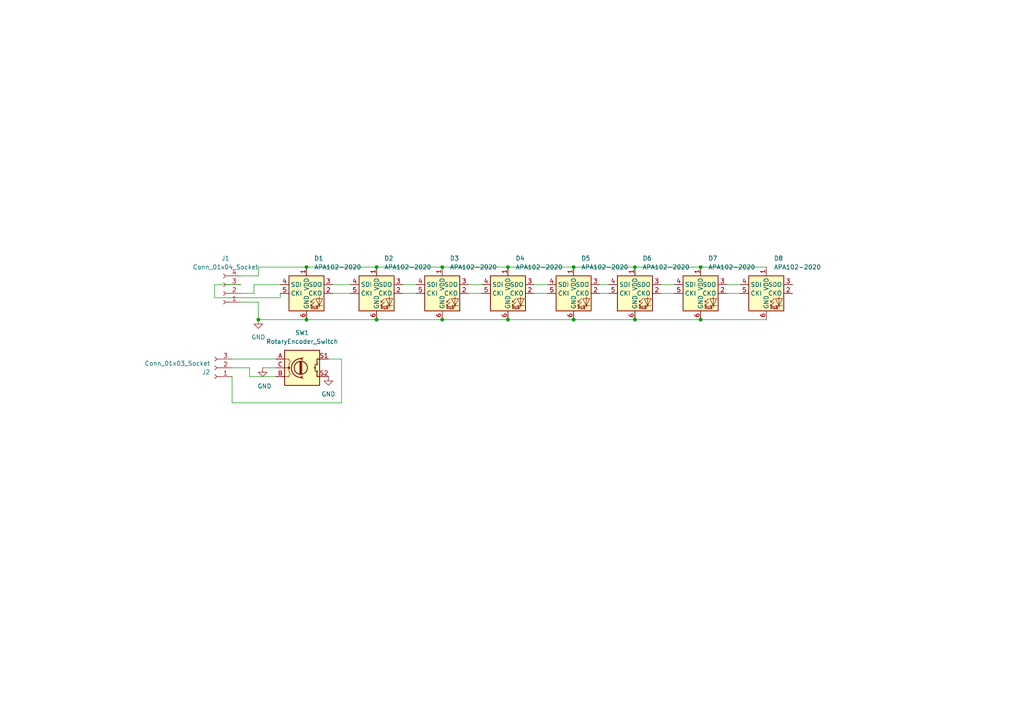
<source format=kicad_sch>
(kicad_sch (version 20231120) (generator "eeschema") (generator_version "8.0")
  (paper "A4")
  (lib_symbols
    (symbol "Connector:Conn_01x03_Socket" (pin_names (offset 1.016) hide)
      (property "Reference" "J" (at 0 5.08 0))
      (property "Value" "Conn_01x03_Socket" (at 0 -5.08 0))
      (symbol "Conn_01x03_Socket_1_1"
        (arc (start 0 -2.032) (mid -0.5058 -2.54) (end 0 -3.048) (stroke (width 0.1524)))
        (polyline (pts (xy -1.27 -2.54) (xy -0.508 -2.54)) (stroke (width 0.1524)))
        (polyline (pts (xy -1.27 0) (xy -0.508 0)) (stroke (width 0.1524)))
        (polyline (pts (xy -1.27 2.54) (xy -0.508 2.54)) (stroke (width 0.1524)))
        (arc (start 0 0.508) (mid -0.5058 0) (end 0 -0.508) (stroke (width 0.1524)))
        (arc (start 0 3.048) (mid -0.5058 2.54) (end 0 2.032) (stroke (width 0.1524)))
        (pin passive line (at -5.08 2.54 0) (length 3.81) (name "Pin_1") (number "1"))
        (pin passive line (at -5.08 0 0) (length 3.81) (name "Pin_2") (number "2"))
        (pin passive line (at -5.08 -2.54 0) (length 3.81) (name "Pin_3") (number "3"))
      )
    )
    (symbol "Connector:Conn_01x04_Socket" (pin_names (offset 1.016) hide)
      (property "Reference" "J" (at 0 5.08 0))
      (property "Value" "Conn_01x04_Socket" (at 0 -7.62 0))
      (symbol "Conn_01x04_Socket_1_1"
        (arc (start 0 -4.572) (mid -0.5058 -5.08) (end 0 -5.588) (stroke (width 0.1524)))
        (arc (start 0 -2.032) (mid -0.5058 -2.54) (end 0 -3.048) (stroke (width 0.1524)))
        (polyline (pts (xy -1.27 -5.08) (xy -0.508 -5.08)) (stroke (width 0.1524)))
        (polyline (pts (xy -1.27 -2.54) (xy -0.508 -2.54)) (stroke (width 0.1524)))
        (polyline (pts (xy -1.27 0) (xy -0.508 0)) (stroke (width 0.1524)))
        (polyline (pts (xy -1.27 2.54) (xy -0.508 2.54)) (stroke (width 0.1524)))
        (arc (start 0 0.508) (mid -0.5058 0) (end 0 -0.508) (stroke (width 0.1524)))
        (arc (start 0 3.048) (mid -0.5058 2.54) (end 0 2.032) (stroke (width 0.1524)))
        (pin passive line (at -5.08 2.54 0) (length 3.81) (name "Pin_1") (number "1"))
        (pin passive line (at -5.08 0 0) (length 3.81) (name "Pin_2") (number "2"))
        (pin passive line (at -5.08 -2.54 0) (length 3.81) (name "Pin_3") (number "3"))
        (pin passive line (at -5.08 -5.08 0) (length 3.81) (name "Pin_4") (number "4"))
      )
    )
    (symbol "Device:RotaryEncoder_Switch" (pin_names (offset 0.254) hide)
      (property "Reference" "SW" (at 0 6.604 0))
      (property "Value" "RotaryEncoder_Switch" (at 0 -6.604 0))
      (symbol "RotaryEncoder_Switch_0_1"
        (rectangle (start -5.08 5.08) (end 5.08 -5.08) (stroke (width 0.254)) (fill (type background)))
        (circle (center -3.81 0) (radius 0.254) (fill (type outline)))
        (circle (center -0.381 0) (radius 1.905) (stroke (width 0.254)))
        (arc (start -0.381 2.667) (mid -3.0988 -0.0635) (end -0.381 -2.794) (stroke (width 0.254)))
        (polyline (pts (xy -0.635 -1.778) (xy -0.635 1.778)) (stroke (width 0.254)))
        (polyline (pts (xy -0.381 -1.778) (xy -0.381 1.778)) (stroke (width 0.254)))
        (polyline (pts (xy -0.127 1.778) (xy -0.127 -1.778)) (stroke (width 0.254)))
        (polyline (pts (xy 3.81 0) (xy 3.429 0)) (stroke (width 0.254)))
        (polyline (pts (xy 3.81 1.016) (xy 3.81 -1.016)) (stroke (width 0.254)))
        (polyline (pts (xy -5.08 -2.54) (xy -3.81 -2.54) (xy -3.81 -2.032)))
        (polyline (pts (xy -5.08 2.54) (xy -3.81 2.54) (xy -3.81 2.032)))
        (polyline (pts (xy 0.254 -3.048) (xy -0.508 -2.794) (xy 0.127 -2.413)) (stroke (width 0.254)))
        (polyline (pts (xy 0.254 2.921) (xy -0.508 2.667) (xy 0.127 2.286)) (stroke (width 0.254)))
        (polyline (pts (xy 5.08 -2.54) (xy 4.318 -2.54) (xy 4.318 -1.016)) (stroke (width 0.254)))
        (polyline (pts (xy 5.08 2.54) (xy 4.318 2.54) (xy 4.318 1.016)) (stroke (width 0.254)))
        (polyline (pts (xy -5.08 0) (xy -3.81 0) (xy -3.81 -1.016) (xy -3.302 -2.032)))
        (polyline (pts (xy -4.318 0) (xy -3.81 0) (xy -3.81 1.016) (xy -3.302 2.032)))
        (circle (center 4.318 -1.016) (radius 0.127) (stroke (width 0.254)))
        (circle (center 4.318 1.016) (radius 0.127) (stroke (width 0.254)))
      )
      (symbol "RotaryEncoder_Switch_1_1"
        (pin passive line (at -7.62 2.54 0) (length 2.54) (name "A") (number "A"))
        (pin passive line (at -7.62 -2.54 0) (length 2.54) (name "B") (number "B"))
        (pin passive line (at -7.62 0 0) (length 2.54) (name "C") (number "C"))
        (pin passive line (at 7.62 2.54 180) (length 2.54) (name "S1") (number "S1"))
        (pin passive line (at 7.62 -2.54 180) (length 2.54) (name "S2") (number "S2"))
      )
    )
    (symbol "LED:APA102-2020"
      (property "Reference" "D" (at 5.08 5.715 0))
      (property "Value" "APA102-2020" (at 1.27 -5.715 0))
      (symbol "APA102-2020_0_0"
        (text "RGB" (at 2.286 -4.191 0) (effects (font (size 0.762 0.762))))
      )
      (symbol "APA102-2020_0_1"
        (polyline (pts (xy 1.27 -3.556) (xy 1.778 -3.556)))
        (polyline (pts (xy 1.27 -2.54) (xy 1.778 -2.54)))
        (polyline (pts (xy 4.699 -3.556) (xy 2.667 -3.556)))
        (polyline (pts (xy 2.286 -2.54) (xy 1.27 -3.556) (xy 1.27 -3.048)))
        (polyline (pts (xy 2.286 -1.524) (xy 1.27 -2.54) (xy 1.27 -2.032)))
        (polyline (pts (xy 3.683 -1.016) (xy 3.683 -3.556) (xy 3.683 -4.064)))
        (polyline (pts (xy 4.699 -1.524) (xy 2.667 -1.524) (xy 3.683 -3.556) (xy 4.699 -1.524)))
        (rectangle (start 5.08 5.08) (end -5.08 -5.08) (stroke (width 0.254)) (fill (type background)))
      )
      (symbol "APA102-2020_1_1"
        (pin power_in line (at 0 7.62 270) (length 2.54) (name "VDD") (number "1"))
        (pin output line (at 7.62 0 180) (length 2.54) (name "CKO") (number "2"))
        (pin output line (at 7.62 2.54 180) (length 2.54) (name "SDO") (number "3"))
        (pin input line (at -7.62 2.54 0) (length 2.54) (name "SDI") (number "4"))
        (pin input line (at -7.62 0 0) (length 2.54) (name "CKI") (number "5"))
        (pin power_in line (at 0 -7.62 90) (length 2.54) (name "GND") (number "6"))
      )
    )
    (symbol "power:GND" (power) (pin_numbers hide) (pin_names (offset 0) hide)
      (property "Value" "GND" (at 0 -3.81 0))
      (symbol "GND_0_1"
        (polyline (pts (xy 0 0) (xy 0 -1.27) (xy 1.27 -1.27) (xy 0 -2.54) (xy -1.27 -1.27) (xy 0 -1.27)))
      )
      (symbol "GND_1_1"
        (pin power_in line (at 0 0 270) (length 0) (name "~") (number "1"))
      )
    )
  )
  (junction (at 88.9 92.71))
  (junction (at 203.2 77.47))
  (junction (at 128.27 92.71))
  (junction (at 203.2 92.71))
  (junction (at 109.22 77.47))
  (junction (at 166.37 92.71))
  (junction (at 184.15 92.71))
  (junction (at 147.32 77.47))
  (junction (at 184.15 77.47))
  (junction (at 166.37 77.47))
  (junction (at 109.22 92.71))
  (junction (at 128.27 77.47))
  (junction (at 147.32 92.71))
  (junction (at 88.9 77.47))
  (junction (at 74.93 92.71))
  (wire (pts (xy 72.39 106.68) (xy 72.39 109.22)))
  (wire (pts (xy 116.84 82.55) (xy 120.65 82.55)))
  (wire (pts (xy 72.39 109.22) (xy 80.01 109.22)))
  (wire (pts (xy 81.28 86.36) (xy 81.28 85.09)))
  (wire (pts (xy 147.32 92.71) (xy 166.37 92.71)))
  (wire (pts (xy 154.94 82.55) (xy 158.75 82.55)))
  (wire (pts (xy 128.27 92.71) (xy 147.32 92.71)))
  (wire (pts (xy 74.93 80.01) (xy 74.93 77.47)))
  (wire (pts (xy 74.93 77.47) (xy 88.9 77.47)))
  (wire (pts (xy 69.85 82.55) (xy 62.23 82.55)))
  (wire (pts (xy 99.06 116.84) (xy 99.06 104.14)))
  (wire (pts (xy 109.22 77.47) (xy 128.27 77.47)))
  (wire (pts (xy 166.37 77.47) (xy 184.15 77.47)))
  (wire (pts (xy 69.85 87.63) (xy 74.93 87.63)))
  (wire (pts (xy 96.52 82.55) (xy 101.6 82.55)))
  (wire (pts (xy 135.89 82.55) (xy 139.7 82.55)))
  (wire (pts (xy 62.23 86.36) (xy 81.28 86.36)))
  (wire (pts (xy 210.82 85.09) (xy 214.63 85.09)))
  (wire (pts (xy 67.31 116.84) (xy 99.06 116.84)))
  (wire (pts (xy 116.84 85.09) (xy 120.65 85.09)))
  (wire (pts (xy 147.32 77.47) (xy 166.37 77.47)))
  (wire (pts (xy 210.82 82.55) (xy 214.63 82.55)))
  (wire (pts (xy 88.9 92.71) (xy 109.22 92.71)))
  (wire (pts (xy 73.66 85.09) (xy 73.66 82.55)))
  (wire (pts (xy 135.89 85.09) (xy 139.7 85.09)))
  (wire (pts (xy 184.15 92.71) (xy 203.2 92.71)))
  (wire (pts (xy 67.31 106.68) (xy 72.39 106.68)))
  (wire (pts (xy 203.2 92.71) (xy 222.25 92.71)))
  (wire (pts (xy 128.27 77.47) (xy 147.32 77.47)))
  (wire (pts (xy 173.99 85.09) (xy 176.53 85.09)))
  (wire (pts (xy 76.2 106.68) (xy 80.01 106.68)))
  (wire (pts (xy 109.22 92.71) (xy 128.27 92.71)))
  (wire (pts (xy 154.94 85.09) (xy 158.75 85.09)))
  (wire (pts (xy 191.77 82.55) (xy 195.58 82.55)))
  (wire (pts (xy 203.2 77.47) (xy 222.25 77.47)))
  (wire (pts (xy 191.77 85.09) (xy 195.58 85.09)))
  (wire (pts (xy 173.99 82.55) (xy 176.53 82.55)))
  (wire (pts (xy 99.06 104.14) (xy 95.25 104.14)))
  (wire (pts (xy 166.37 92.71) (xy 184.15 92.71)))
  (wire (pts (xy 67.31 104.14) (xy 80.01 104.14)))
  (wire (pts (xy 73.66 82.55) (xy 81.28 82.55)))
  (wire (pts (xy 69.85 85.09) (xy 73.66 85.09)))
  (wire (pts (xy 67.31 109.22) (xy 67.31 116.84)))
  (wire (pts (xy 88.9 77.47) (xy 109.22 77.47)))
  (wire (pts (xy 184.15 77.47) (xy 203.2 77.47)))
  (wire (pts (xy 74.93 92.71) (xy 88.9 92.71)))
  (wire (pts (xy 62.23 82.55) (xy 62.23 86.36)))
  (wire (pts (xy 74.93 87.63) (xy 74.93 92.71)))
  (wire (pts (xy 96.52 85.09) (xy 101.6 85.09)))
  (wire (pts (xy 69.85 80.01) (xy 74.93 80.01)))
  (symbol (lib_id "Connector:Conn_01x04_Socket") (at 64.77 85.09 180) (unit 1)
    (property "Reference" "J1" (at 65.405 74.93 0))
    (property "Value" "Conn_01x04_Socket" (at 65.405 77.47 0))
    (property "Footprint" "Connector_PinHeader_2.54mm:PinHeader_1x04_P2.54mm_Vertical" (effects (hide yes)))
    (property "Description" "Generic connector, single row, 01x04, script generated" (effects (hide yes)))
  )
  (symbol (lib_id "LED:APA102-2020") (at 166.37 85.09 0) (unit 1)
    (property "Reference" "D5" (at 168.5641 74.93 0) (effects (justify left)))
    (property "Value" "APA102-2020" (at 168.5641 77.47 0) (effects (justify left)))
    (property "Footprint" "LED_SMD:LED-APA102-2020" (effects (hide yes)))
    (property "Datasheet" "http://www.led-color.com/upload/201604/APA102-2020%20SMD%20LED.pdf" (effects (hide yes)))
    (property "Description" "RGB LED with integrated controller" (effects (hide yes)))
  )
  (symbol (lib_id "power:GND") (at 74.93 92.71 0) (unit 1)
    (property "Reference" "#PWR01" (effects (hide yes)))
    (property "Value" "GND" (at 74.93 97.79 0))
    (property "Description" "Power symbol creates a global label with name \"GND\" , ground" (effects (hide yes)))
  )
  (symbol (lib_id "LED:APA102-2020") (at 203.2 85.09 0) (unit 1)
    (property "Reference" "D7" (at 205.3941 74.93 0) (effects (justify left)))
    (property "Value" "APA102-2020" (at 205.3941 77.47 0) (effects (justify left)))
    (property "Footprint" "LED_SMD:LED-APA102-2020" (effects (hide yes)))
    (property "Datasheet" "http://www.led-color.com/upload/201604/APA102-2020%20SMD%20LED.pdf" (effects (hide yes)))
    (property "Description" "RGB LED with integrated controller" (effects (hide yes)))
  )
  (symbol (lib_id "Device:RotaryEncoder_Switch") (at 87.63 106.68 0) (unit 1)
    (property "Reference" "SW1" (at 87.63 96.52 0))
    (property "Value" "RotaryEncoder_Switch" (at 87.63 99.06 0))
    (property "Footprint" "Rotary_Encoder:RotaryEncoder_Alps_EC11E-Switch_Vertical_H20mm" (effects (hide yes)))
    (property "Description" "Rotary encoder, dual channel, incremental quadrate outputs, with switch" (effects (hide yes)))
  )
  (symbol (lib_id "LED:APA102-2020") (at 184.15 85.09 0) (unit 1)
    (property "Reference" "D6" (at 186.3441 74.93 0) (effects (justify left)))
    (property "Value" "APA102-2020" (at 186.3441 77.47 0) (effects (justify left)))
    (property "Footprint" "LED_SMD:LED-APA102-2020" (effects (hide yes)))
    (property "Datasheet" "http://www.led-color.com/upload/201604/APA102-2020%20SMD%20LED.pdf" (effects (hide yes)))
    (property "Description" "RGB LED with integrated controller" (effects (hide yes)))
  )
  (symbol (lib_id "LED:APA102-2020") (at 109.22 85.09 0) (unit 1)
    (property "Reference" "D2" (at 111.4141 74.93 0) (effects (justify left)))
    (property "Value" "APA102-2020" (at 111.4141 77.47 0) (effects (justify left)))
    (property "Footprint" "LED_SMD:LED-APA102-2020" (effects (hide yes)))
    (property "Datasheet" "http://www.led-color.com/upload/201604/APA102-2020%20SMD%20LED.pdf" (effects (hide yes)))
    (property "Description" "RGB LED with integrated controller" (effects (hide yes)))
  )
  (symbol (lib_id "LED:APA102-2020") (at 88.9 85.09 0) (unit 1)
    (property "Reference" "D1" (at 91.0941 74.93 0) (effects (justify left)))
    (property "Value" "APA102-2020" (at 91.0941 77.47 0) (effects (justify left)))
    (property "Footprint" "LED_SMD:LED-APA102-2020" (effects (hide yes)))
    (property "Datasheet" "http://www.led-color.com/upload/201604/APA102-2020%20SMD%20LED.pdf" (effects (hide yes)))
    (property "Description" "RGB LED with integrated controller" (effects (hide yes)))
  )
  (symbol (lib_id "power:GND") (at 95.25 109.22 0) (unit 1)
    (property "Reference" "#PWR02" (effects (hide yes)))
    (property "Value" "GND" (at 95.25 114.3 0))
    (property "Description" "Power symbol creates a global label with name \"GND\" , ground" (effects (hide yes)))
  )
  (symbol (lib_id "Connector:Conn_01x03_Socket") (at 62.23 106.68 180) (unit 1)
    (property "Reference" "J2" (at 60.96 107.9501 0) (effects (justify left)))
    (property "Value" "Conn_01x03_Socket" (at 60.96 105.4101 0) (effects (justify left)))
    (property "Footprint" "Connector_PinSocket_2.54mm:PinSocket_1x03_P2.54mm_Vertical" (effects (hide yes)))
    (property "Description" "Generic connector, single row, 01x03, script generated" (effects (hide yes)))
  )
  (symbol (lib_id "power:GND") (at 76.2 106.68 0) (unit 1)
    (property "Reference" "#PWR03" (effects (hide yes)))
    (property "Value" "GND" (at 76.708 112.014 0))
    (property "Description" "Power symbol creates a global label with name \"GND\" , ground" (effects (hide yes)))
  )
  (symbol (lib_id "LED:APA102-2020") (at 222.25 85.09 0) (unit 1)
    (property "Reference" "D8" (at 224.4441 74.93 0) (effects (justify left)))
    (property "Value" "APA102-2020" (at 224.4441 77.47 0) (effects (justify left)))
    (property "Footprint" "LED_SMD:LED-APA102-2020" (effects (hide yes)))
    (property "Datasheet" "http://www.led-color.com/upload/201604/APA102-2020%20SMD%20LED.pdf" (effects (hide yes)))
    (property "Description" "RGB LED with integrated controller" (effects (hide yes)))
  )
  (symbol (lib_id "LED:APA102-2020") (at 128.27 85.09 0) (unit 1)
    (property "Reference" "D3" (at 130.4641 74.93 0) (effects (justify left)))
    (property "Value" "APA102-2020" (at 130.4641 77.47 0) (effects (justify left)))
    (property "Footprint" "LED_SMD:LED-APA102-2020" (effects (hide yes)))
    (property "Datasheet" "http://www.led-color.com/upload/201604/APA102-2020%20SMD%20LED.pdf" (effects (hide yes)))
    (property "Description" "RGB LED with integrated controller" (effects (hide yes)))
  )
  (symbol (lib_id "LED:APA102-2020") (at 147.32 85.09 0) (unit 1)
    (property "Reference" "D4" (at 149.5141 74.93 0) (effects (justify left)))
    (property "Value" "APA102-2020" (at 149.5141 77.47 0) (effects (justify left)))
    (property "Footprint" "LED_SMD:LED-APA102-2020" (effects (hide yes)))
    (property "Datasheet" "http://www.led-color.com/upload/201604/APA102-2020%20SMD%20LED.pdf" (effects (hide yes)))
    (property "Description" "RGB LED with integrated controller" (effects (hide yes)))
  )
)
</source>
